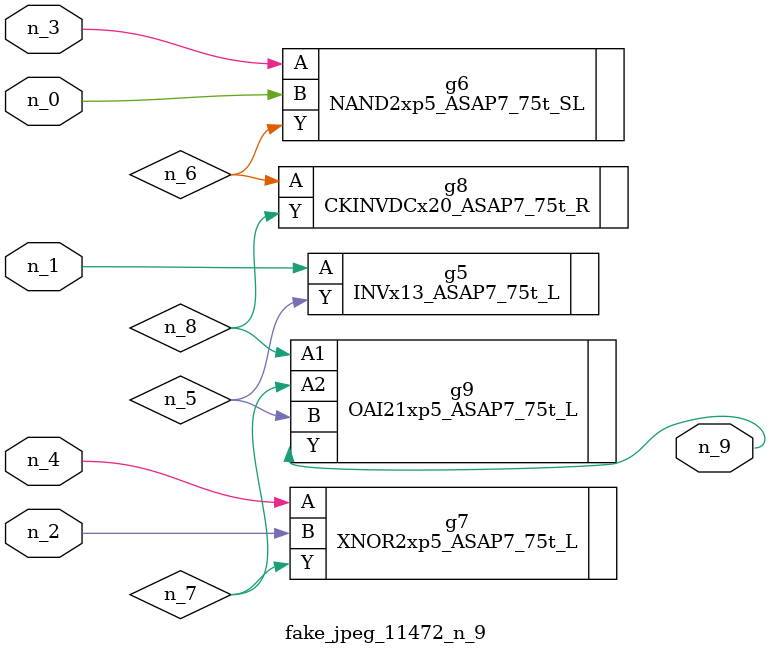
<source format=v>
module fake_jpeg_11472_n_9 (n_3, n_2, n_1, n_0, n_4, n_9);

input n_3;
input n_2;
input n_1;
input n_0;
input n_4;

output n_9;

wire n_8;
wire n_6;
wire n_5;
wire n_7;

INVx13_ASAP7_75t_L g5 ( 
.A(n_1),
.Y(n_5)
);

NAND2xp5_ASAP7_75t_SL g6 ( 
.A(n_3),
.B(n_0),
.Y(n_6)
);

XNOR2xp5_ASAP7_75t_L g7 ( 
.A(n_4),
.B(n_2),
.Y(n_7)
);

CKINVDCx20_ASAP7_75t_R g8 ( 
.A(n_6),
.Y(n_8)
);

OAI21xp5_ASAP7_75t_L g9 ( 
.A1(n_8),
.A2(n_7),
.B(n_5),
.Y(n_9)
);


endmodule
</source>
